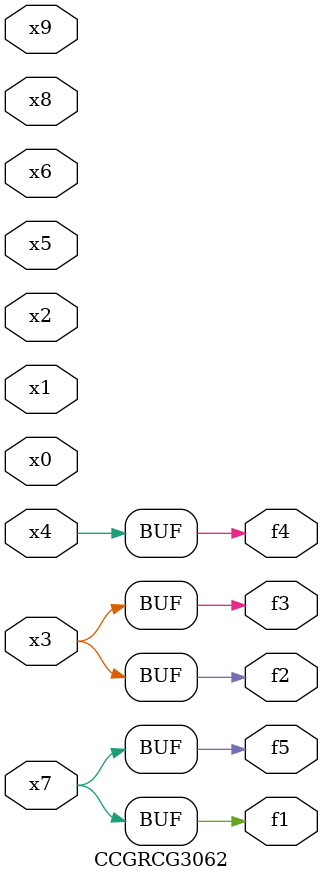
<source format=v>
module CCGRCG3062(
	input x0, x1, x2, x3, x4, x5, x6, x7, x8, x9,
	output f1, f2, f3, f4, f5
);
	assign f1 = x7;
	assign f2 = x3;
	assign f3 = x3;
	assign f4 = x4;
	assign f5 = x7;
endmodule

</source>
